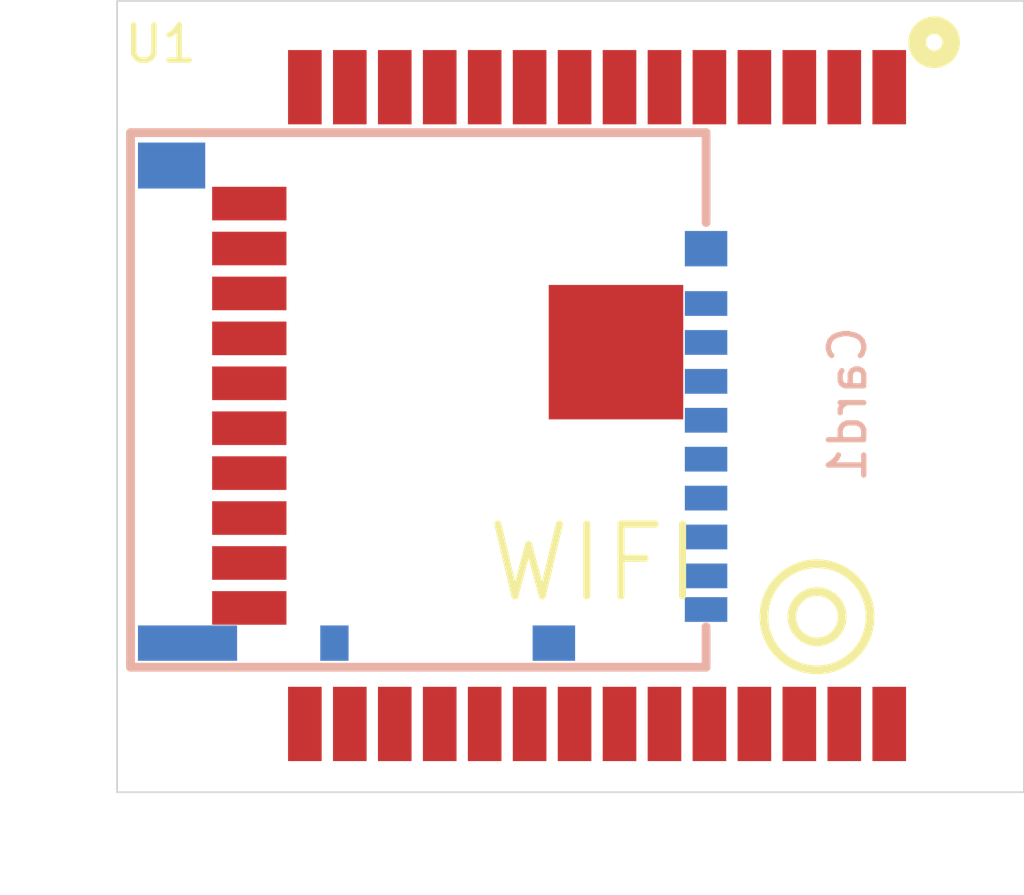
<source format=kicad_pcb>
(kicad_pcb (version 20241229) (generator "pcbnew") (generator_version "9.0")
  (layers (0 "F.Cu" signal) (2 "B.Cu" signal) (13 "F.Paste" user) (15 "B.Paste" user) (5 "F.SilkS" user "F.Silkscreen") (7 "B.SilkS" user "B.Silkscreen") (1 "F.Mask" user) (3 "B.Mask" user) (25 "Edge.Cuts" user))
  (net 0 "")
  (net 1 "CMD")
  (net 3 "GND")
  (net 5 "D0")
  (net 8 "D3")
  (net 10 "+3.3V")
  (net 12 "D2")
  (net 13 "CLK")
  (net 14 "D1")
  (footprint "easyeda2kicad:WIFIM-SMD_38P-L19.2-W18.0-P1.27" (layer "F.Cu") (at 128.575 87.78)
    (property "Reference" "U1" (at -11.545 -10.22 0) (layer "F.SilkS"))
    (property "Value" "ESP32-WROOM-32U")
    (fp_circle (center 7 5.97) (end 7.71 5.97) (stroke (width 0.25)) (fill no) (layer "F.SilkS"))
    (fp_circle (center 7 5.97) (end 8.5 5.97) (stroke (width 0.25)) (fill no) (layer "F.SilkS"))
    (fp_circle (center 10.31 -10.27) (end 10.54 -10.27) (stroke (width 0.5)) (fill no) (layer "F.SilkS"))
    (fp_text user "WIFI" (at -2.44 4.45 0) (layer "F.SilkS") (effects (font (size 2.03 2.03) (thickness 0.2)) (justify left)))
    (pad "1" smd rect (at 9.04 -9) (size 0.95 2.1) (layers "F.Cu" "F.Mask" "F.Paste") (net 3 "GND"))
    (pad "2" smd rect (at 7.77 -9) (size 0.95 2.1) (layers "F.Cu" "F.Mask" "F.Paste"))
    (pad "3" smd rect (at 6.5 -9) (size 0.95 2.1) (layers "F.Cu" "F.Mask" "F.Paste"))
    (pad "4" smd rect (at 5.23 -9) (size 0.95 2.1) (layers "F.Cu" "F.Mask" "F.Paste"))
    (pad "5" smd rect (at 3.96 -9) (size 0.95 2.1) (layers "F.Cu" "F.Mask" "F.Paste"))
    (pad "6" smd rect (at 2.69 -9) (size 0.95 2.1) (layers "F.Cu" "F.Mask" "F.Paste"))
    (pad "7" smd rect (at 1.42 -9) (size 0.95 2.1) (layers "F.Cu" "F.Mask" "F.Paste"))
    (pad "8" smd rect (at 0.15 -9) (size 0.95 2.1) (layers "F.Cu" "F.Mask" "F.Paste"))
    (pad "9" smd rect (at -1.12 -9) (size 0.95 2.1) (layers "F.Cu" "F.Mask" "F.Paste"))
    (pad "10" smd rect (at -2.39 -9) (size 0.95 2.1) (layers "F.Cu" "F.Mask" "F.Paste"))
    (pad "11" smd rect (at -3.66 -9) (size 0.95 2.1) (layers "F.Cu" "F.Mask" "F.Paste"))
    (pad "12" smd rect (at -4.93 -9) (size 0.95 2.1) (layers "F.Cu" "F.Mask" "F.Paste"))
    (pad "13" smd rect (at -6.2 -9) (size 0.95 2.1) (layers "F.Cu" "F.Mask" "F.Paste") (net 13 "CLK"))
    (pad "14" smd rect (at -7.47 -9) (size 0.95 2.1) (layers "F.Cu" "F.Mask" "F.Paste") (net 12 "D2"))
    (pad "15" smd rect (at -9.04 -5.71) (size 2.1 0.95) (layers "F.Cu" "F.Mask" "F.Paste") (net 3 "GND"))
    (pad "16" smd rect (at -9.04 -4.44) (size 2.1 0.95) (layers "F.Cu" "F.Mask" "F.Paste") (net 8 "D3"))
    (pad "17" smd rect (at -9.04 -3.17) (size 2.1 0.95) (layers "F.Cu" "F.Mask" "F.Paste"))
    (pad "18" smd rect (at -9.04 -1.9) (size 2.1 0.95) (layers "F.Cu" "F.Mask" "F.Paste"))
    (pad "19" smd rect (at -9.04 -0.63) (size 2.1 0.95) (layers "F.Cu" "F.Mask" "F.Paste"))
    (pad "20" smd rect (at -9.04 0.64) (size 2.1 0.95) (layers "F.Cu" "F.Mask" "F.Paste"))
    (pad "21" smd rect (at -9.04 1.91) (size 2.1 0.95) (layers "F.Cu" "F.Mask" "F.Paste"))
    (pad "22" smd rect (at -9.04 3.18) (size 2.1 0.95) (layers "F.Cu" "F.Mask" "F.Paste"))
    (pad "23" smd rect (at -9.04 4.45) (size 2.1 0.95) (layers "F.Cu" "F.Mask" "F.Paste") (net 1 "CMD"))
    (pad "24" smd rect (at -9.04 5.72) (size 2.1 0.95) (layers "F.Cu" "F.Mask" "F.Paste") (net 5 "D0"))
    (pad "25" smd rect (at -7.47 9) (size 0.95 2.1) (layers "F.Cu" "F.Mask" "F.Paste"))
    (pad "26" smd rect (at -6.2 9) (size 0.95 2.1) (layers "F.Cu" "F.Mask" "F.Paste") (net 14 "D1"))
    (pad "27" smd rect (at -4.93 9) (size 0.95 2.1) (layers "F.Cu" "F.Mask" "F.Paste"))
    (pad "28" smd rect (at -3.66 9) (size 0.95 2.1) (layers "F.Cu" "F.Mask" "F.Paste"))
    (pad "29" smd rect (at -2.39 9) (size 0.95 2.1) (layers "F.Cu" "F.Mask" "F.Paste"))
    (pad "30" smd rect (at -1.12 9) (size 0.95 2.1) (layers "F.Cu" "F.Mask" "F.Paste"))
    (pad "31" smd rect (at 0.15 9) (size 0.95 2.1) (layers "F.Cu" "F.Mask" "F.Paste"))
    (pad "32" smd rect (at 1.42 9) (size 0.95 2.1) (layers "F.Cu" "F.Mask" "F.Paste"))
    (pad "33" smd rect (at 2.69 9) (size 0.95 2.1) (layers "F.Cu" "F.Mask" "F.Paste"))
    (pad "34" smd rect (at 3.96 9) (size 0.95 2.1) (layers "F.Cu" "F.Mask" "F.Paste"))
    (pad "35" smd rect (at 5.23 9) (size 0.95 2.1) (layers "F.Cu" "F.Mask" "F.Paste"))
    (pad "36" smd rect (at 6.5 9) (size 0.95 2.1) (layers "F.Cu" "F.Mask" "F.Paste"))
    (pad "37" smd rect (at 7.77 9) (size 0.95 2.1) (layers "F.Cu" "F.Mask" "F.Paste"))
    (pad "38" smd rect (at 9.04 9) (size 0.95 2.1) (layers "F.Cu" "F.Mask" "F.Paste") (net 3 "GND"))
    (pad "39" smd rect (at 1.32 -1.51) (size 3.8 3.8) (layers "F.Cu" "F.Mask" "F.Paste") (net 3 "GND"))
  )
  (footprint "easyeda2kicad:SD-SMD_DM3AT-SF-PEJM5" (layer "B.Cu") (at 124.89 87.745 90)
    (property "Reference" "Card1" (at 0 11.55 90) (layer "B.SilkS") (effects (justify mirror)))
    (property "Value" "DM3AT-SF-PEJM5")
    (fp_line (start 7.68 -8.71) (end 7.68 7.55) (stroke (width 0.25)) (layer "B.SilkS"))
    (fp_line (start -7.31 -8.71) (end 7.68 -8.71) (stroke (width 0.25)) (layer "B.SilkS"))
    (fp_line (start -7.43 -8.71) (end -7.31 -8.71) (stroke (width 0.25)) (layer "B.SilkS"))
    (fp_line (start 7.68 7.55) (end 5.14 7.55) (stroke (width 0.25)) (layer "B.SilkS"))
    (fp_line (start -6.29 7.55) (end -7.43 7.55) (stroke (width 0.25)) (layer "B.SilkS"))
    (fp_line (start -7.43 7.55) (end -7.43 -8.71) (stroke (width 0.25)) (layer "B.SilkS"))
    (pad "1" smd rect (at 2.85 7.55 90) (size 0.7 1.2) (layers "B.Cu" "B.Mask" "B.Paste") (net 12 "D2"))
    (pad "2" smd rect (at 1.75 7.55 90) (size 0.7 1.2) (layers "B.Cu" "B.Mask" "B.Paste") (net 8 "D3"))
    (pad "3" smd rect (at 0.65 7.55 90) (size 0.7 1.2) (layers "B.Cu" "B.Mask" "B.Paste") (net 1 "CMD"))
    (pad "4" smd rect (at -0.45 7.55 90) (size 0.7 1.2) (layers "B.Cu" "B.Mask" "B.Paste") (net 10 "+3.3V"))
    (pad "5" smd rect (at -1.55 7.55 90) (size 0.7 1.2) (layers "B.Cu" "B.Mask" "B.Paste") (net 13 "CLK"))
    (pad "6" smd rect (at -2.65 7.55 90) (size 0.7 1.2) (layers "B.Cu" "B.Mask" "B.Paste") (net 3 "GND"))
    (pad "7" smd rect (at -3.75 7.55 90) (size 0.7 1.2) (layers "B.Cu" "B.Mask" "B.Paste") (net 5 "D0"))
    (pad "8" smd rect (at -4.85 7.55 90) (size 0.7 1.2) (layers "B.Cu" "B.Mask" "B.Paste") (net 14 "D1"))
    (pad "9" smd rect (at -5.8 7.55 90) (size 0.7 1.2) (layers "B.Cu" "B.Mask" "B.Paste"))
    (pad "10" smd rect (at -6.75 3.25 90) (size 1 1.2) (layers "B.Cu" "B.Mask" "B.Paste"))
    (pad "11" smd rect (at -6.75 -2.95 90) (size 1 0.8) (layers "B.Cu" "B.Mask" "B.Paste"))
    (pad "12" smd rect (at -6.75 -7.1 90) (size 1 2.8) (layers "B.Cu" "B.Mask" "B.Paste"))
    (pad "13" smd rect (at 6.75 -7.55 90) (size 1.3 1.9) (layers "B.Cu" "B.Mask" "B.Paste"))
    (pad "14" smd rect (at 4.4 7.55 90) (size 1 1.2) (layers "B.Cu" "B.Mask" "B.Paste"))
  )
  (gr_rect (start 115.8 76.34) (end 141.42 98.71) (stroke (width 0.05)) (fill no) (layer "Edge.Cuts"))
)
</source>
